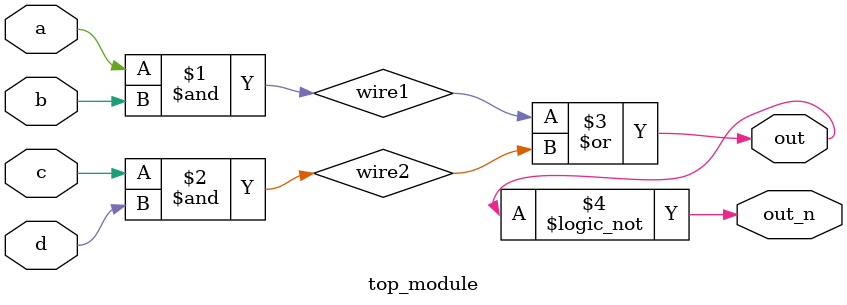
<source format=v>
`default_nettype none
module top_module(
    input a,
    input b,
    input c,
    input d,
    output out,
    output out_n   ); 
wire wire1,wire2;
assign wire1=a&b;
assign wire2=c&d; 
assign out=wire1|wire2;
    assign out_n=!(out);
endmodule
</source>
